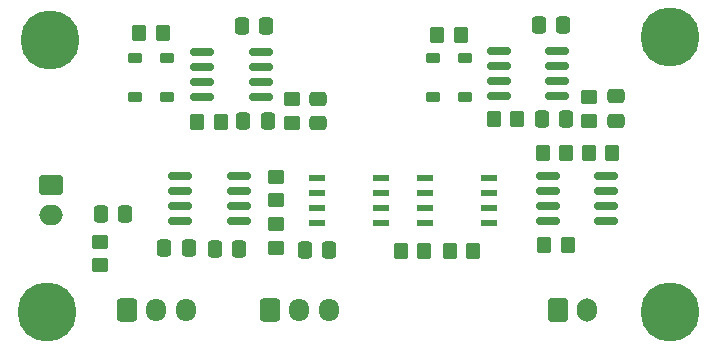
<source format=gbs>
%TF.GenerationSoftware,KiCad,Pcbnew,8.0.0*%
%TF.CreationDate,2024-03-25T10:57:50+01:00*%
%TF.ProjectId,MicAmp,4d696341-6d70-42e6-9b69-6361645f7063,v2*%
%TF.SameCoordinates,Original*%
%TF.FileFunction,Soldermask,Bot*%
%TF.FilePolarity,Negative*%
%FSLAX46Y46*%
G04 Gerber Fmt 4.6, Leading zero omitted, Abs format (unit mm)*
G04 Created by KiCad (PCBNEW 8.0.0) date 2024-03-25 10:57:50*
%MOMM*%
%LPD*%
G01*
G04 APERTURE LIST*
G04 Aperture macros list*
%AMRoundRect*
0 Rectangle with rounded corners*
0 $1 Rounding radius*
0 $2 $3 $4 $5 $6 $7 $8 $9 X,Y pos of 4 corners*
0 Add a 4 corners polygon primitive as box body*
4,1,4,$2,$3,$4,$5,$6,$7,$8,$9,$2,$3,0*
0 Add four circle primitives for the rounded corners*
1,1,$1+$1,$2,$3*
1,1,$1+$1,$4,$5*
1,1,$1+$1,$6,$7*
1,1,$1+$1,$8,$9*
0 Add four rect primitives between the rounded corners*
20,1,$1+$1,$2,$3,$4,$5,0*
20,1,$1+$1,$4,$5,$6,$7,0*
20,1,$1+$1,$6,$7,$8,$9,0*
20,1,$1+$1,$8,$9,$2,$3,0*%
G04 Aperture macros list end*
%ADD10RoundRect,0.250000X-0.750000X0.600000X-0.750000X-0.600000X0.750000X-0.600000X0.750000X0.600000X0*%
%ADD11O,2.000000X1.700000*%
%ADD12RoundRect,0.250000X-0.600000X-0.750000X0.600000X-0.750000X0.600000X0.750000X-0.600000X0.750000X0*%
%ADD13O,1.700000X2.000000*%
%ADD14C,2.900000*%
%ADD15C,5.000000*%
%ADD16RoundRect,0.250000X-0.600000X-0.725000X0.600000X-0.725000X0.600000X0.725000X-0.600000X0.725000X0*%
%ADD17O,1.700000X1.950000*%
%ADD18RoundRect,0.150000X-0.825000X-0.150000X0.825000X-0.150000X0.825000X0.150000X-0.825000X0.150000X0*%
%ADD19RoundRect,0.225000X-0.375000X0.225000X-0.375000X-0.225000X0.375000X-0.225000X0.375000X0.225000X0*%
%ADD20RoundRect,0.250000X-0.350000X-0.450000X0.350000X-0.450000X0.350000X0.450000X-0.350000X0.450000X0*%
%ADD21RoundRect,0.250000X0.450000X-0.350000X0.450000X0.350000X-0.450000X0.350000X-0.450000X-0.350000X0*%
%ADD22RoundRect,0.250000X-0.450000X0.350000X-0.450000X-0.350000X0.450000X-0.350000X0.450000X0.350000X0*%
%ADD23RoundRect,0.225000X0.375000X-0.225000X0.375000X0.225000X-0.375000X0.225000X-0.375000X-0.225000X0*%
%ADD24RoundRect,0.250000X0.350000X0.450000X-0.350000X0.450000X-0.350000X-0.450000X0.350000X-0.450000X0*%
%ADD25RoundRect,0.250000X-0.337500X-0.475000X0.337500X-0.475000X0.337500X0.475000X-0.337500X0.475000X0*%
%ADD26RoundRect,0.250000X-0.475000X0.337500X-0.475000X-0.337500X0.475000X-0.337500X0.475000X0.337500X0*%
%ADD27RoundRect,0.250000X0.337500X0.475000X-0.337500X0.475000X-0.337500X-0.475000X0.337500X-0.475000X0*%
%ADD28R,1.460500X0.533400*%
G04 APERTURE END LIST*
D10*
%TO.C,Mic_In*%
X99231900Y-118060200D03*
D11*
X99231900Y-120560200D03*
%TD*%
D12*
%TO.C,Out_Audio*%
X142126500Y-128646400D03*
D13*
X144626500Y-128646400D03*
%TD*%
D14*
%TO.C,H1*%
X99135500Y-105805600D03*
D15*
X99135500Y-105805600D03*
%TD*%
D14*
%TO.C,H3*%
X98864800Y-128804100D03*
D15*
X98864800Y-128804100D03*
%TD*%
D16*
%TO.C,Supp_MicAmp1*%
X105636700Y-128646400D03*
D17*
X108136700Y-128646400D03*
X110636700Y-128646400D03*
%TD*%
D16*
%TO.C,Volume_Audio*%
X117766800Y-128646400D03*
D17*
X120266800Y-128646400D03*
X122766800Y-128646400D03*
%TD*%
D14*
%TO.C,H4*%
X151623700Y-128804100D03*
D15*
X151623700Y-128804100D03*
%TD*%
D14*
%TO.C,H2*%
X151623700Y-105540300D03*
D15*
X151623700Y-105540300D03*
%TD*%
D18*
%TO.C,U7*%
X141282700Y-121129400D03*
X141282700Y-119859400D03*
X141282700Y-118589400D03*
X141282700Y-117319400D03*
X146232700Y-117319400D03*
X146232700Y-118589400D03*
X146232700Y-119859400D03*
X146232700Y-121129400D03*
%TD*%
D19*
%TO.C,D1*%
X109030600Y-107314500D03*
X109030600Y-110614500D03*
%TD*%
D20*
%TO.C,R5*%
X131943100Y-105325100D03*
X133943100Y-105325100D03*
%TD*%
D21*
%TO.C,R8*%
X118272600Y-123333300D03*
X118272600Y-121333300D03*
%TD*%
D22*
%TO.C,R9*%
X118303900Y-117328000D03*
X118303900Y-119328000D03*
%TD*%
D23*
%TO.C,D4*%
X131592400Y-110603700D03*
X131592400Y-107303700D03*
%TD*%
D18*
%TO.C,U1*%
X110165000Y-121074100D03*
X110165000Y-119804100D03*
X110165000Y-118534100D03*
X110165000Y-117264100D03*
X115115000Y-117264100D03*
X115115000Y-118534100D03*
X115115000Y-119804100D03*
X115115000Y-121074100D03*
%TD*%
D20*
%TO.C,R18*%
X133008900Y-123606300D03*
X135008900Y-123606300D03*
%TD*%
D24*
%TO.C,R14*%
X142863000Y-115323300D03*
X140863000Y-115323300D03*
%TD*%
D25*
%TO.C,C7*%
X113116500Y-123480400D03*
X115191500Y-123480400D03*
%TD*%
D24*
%TO.C,R17*%
X130845900Y-123606300D03*
X128845900Y-123606300D03*
%TD*%
%TO.C,R15*%
X142971600Y-123146600D03*
X140971600Y-123146600D03*
%TD*%
D22*
%TO.C,R2*%
X119665000Y-110781500D03*
X119665000Y-112781500D03*
%TD*%
D20*
%TO.C,R4*%
X106697700Y-105166000D03*
X108697700Y-105166000D03*
%TD*%
D26*
%TO.C,C1*%
X121841900Y-110738100D03*
X121841900Y-112813100D03*
%TD*%
D18*
%TO.C,U3*%
X137132500Y-110496100D03*
X137132500Y-109226100D03*
X137132500Y-107956100D03*
X137132500Y-106686100D03*
X142082500Y-106686100D03*
X142082500Y-107956100D03*
X142082500Y-109226100D03*
X142082500Y-110496100D03*
%TD*%
D23*
%TO.C,D2*%
X106381900Y-110629500D03*
X106381900Y-107329500D03*
%TD*%
D27*
%TO.C,C6*%
X110895100Y-123416300D03*
X108820100Y-123416300D03*
%TD*%
D28*
%TO.C,U4*%
X127184150Y-117475000D03*
X127184150Y-118745000D03*
X127184150Y-120015000D03*
X127184150Y-121285000D03*
X121735850Y-121285000D03*
X121735850Y-120015000D03*
X121735850Y-118745000D03*
X121735850Y-117475000D03*
%TD*%
D24*
%TO.C,R6*%
X113614000Y-112697000D03*
X111614000Y-112697000D03*
%TD*%
D27*
%TO.C,C5*%
X142864500Y-112484800D03*
X140789500Y-112484800D03*
%TD*%
D25*
%TO.C,C8*%
X120719800Y-123544500D03*
X122794800Y-123544500D03*
%TD*%
D27*
%TO.C,C9*%
X117450000Y-104618400D03*
X115375000Y-104618400D03*
%TD*%
D19*
%TO.C,D3*%
X134253500Y-107316700D03*
X134253500Y-110616700D03*
%TD*%
D24*
%TO.C,R16*%
X146746600Y-115336400D03*
X144746600Y-115336400D03*
%TD*%
D22*
%TO.C,R3*%
X144810500Y-110616900D03*
X144810500Y-112616900D03*
%TD*%
D24*
%TO.C,R7*%
X138712000Y-112438000D03*
X136712000Y-112438000D03*
%TD*%
D27*
%TO.C,C10*%
X142590100Y-104454300D03*
X140515100Y-104454300D03*
%TD*%
D21*
%TO.C,R1*%
X103397000Y-124848100D03*
X103397000Y-122848100D03*
%TD*%
D25*
%TO.C,C3*%
X103452200Y-120482600D03*
X105527200Y-120482600D03*
%TD*%
D28*
%TO.C,U6*%
X136332750Y-117432200D03*
X136332750Y-118702200D03*
X136332750Y-119972200D03*
X136332750Y-121242200D03*
X130884450Y-121242200D03*
X130884450Y-119972200D03*
X130884450Y-118702200D03*
X130884450Y-117432200D03*
%TD*%
D26*
%TO.C,C2*%
X147055400Y-110536300D03*
X147055400Y-112611300D03*
%TD*%
D27*
%TO.C,C4*%
X117610600Y-112659000D03*
X115535600Y-112659000D03*
%TD*%
D18*
%TO.C,U2*%
X112063200Y-110566800D03*
X112063200Y-109296800D03*
X112063200Y-108026800D03*
X112063200Y-106756800D03*
X117013200Y-106756800D03*
X117013200Y-108026800D03*
X117013200Y-109296800D03*
X117013200Y-110566800D03*
%TD*%
M02*

</source>
